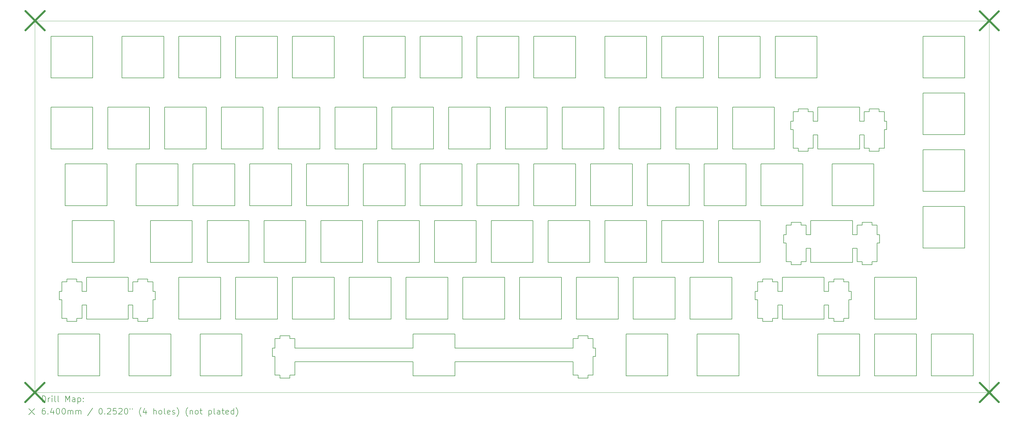
<source format=gbr>
%TF.GenerationSoftware,KiCad,Pcbnew,(6.0.10)*%
%TF.CreationDate,2023-03-07T00:12:56-08:00*%
%TF.ProjectId,fr4 plate,66723420-706c-4617-9465-2e6b69636164,rev?*%
%TF.SameCoordinates,Original*%
%TF.FileFunction,Drillmap*%
%TF.FilePolarity,Positive*%
%FSLAX45Y45*%
G04 Gerber Fmt 4.5, Leading zero omitted, Abs format (unit mm)*
G04 Created by KiCad (PCBNEW (6.0.10)) date 2023-03-07 00:12:56*
%MOMM*%
%LPD*%
G01*
G04 APERTURE LIST*
%ADD10C,0.188976*%
%ADD11C,0.050000*%
%ADD12C,0.200000*%
%ADD13C,0.640000*%
G04 APERTURE END LIST*
D10*
X19228100Y-18715000D02*
X23190600Y-18715000D01*
X23276301Y-12070000D02*
X23276301Y-12070000D01*
X27353100Y-19185000D02*
X28753100Y-19185000D01*
X33473101Y-14725000D02*
X33473101Y-14725000D01*
X9465001Y-9183800D02*
X9465001Y-9183800D01*
X16608701Y-10165000D02*
X16608701Y-10165000D01*
X19942501Y-15375000D02*
X19942501Y-13975000D01*
X21371301Y-13470000D02*
X21371301Y-13470000D01*
X23276301Y-9183800D02*
X23276301Y-7783800D01*
X18990000Y-17280000D02*
X18990000Y-17280000D01*
X32953802Y-10312000D02*
X32953802Y-10635000D01*
X16132501Y-13975000D02*
X16132501Y-13975000D01*
X23781301Y-12070000D02*
X23781301Y-13470000D01*
X33390600Y-14725000D02*
X33390600Y-14725000D01*
X31935601Y-15935000D02*
X31935601Y-15935000D01*
X31010601Y-14122000D02*
X30838000Y-14122000D01*
X35211300Y-19185000D02*
X36611300Y-19185000D01*
X30746200Y-10220000D02*
X30746200Y-10220000D01*
X6219401Y-17355000D02*
X6549400Y-17355000D01*
X31935601Y-15935000D02*
X31935601Y-16027000D01*
X30896200Y-13470000D02*
X30896200Y-12070000D01*
X30335601Y-14445000D02*
X30253100Y-14445000D01*
X13693101Y-17932000D02*
X13693101Y-17932000D01*
X26162501Y-15375000D02*
X26162501Y-15375000D01*
X10893801Y-11565000D02*
X10893801Y-10165000D01*
X19466300Y-12070000D02*
X18066300Y-12070000D01*
X20923800Y-11565000D02*
X20923800Y-11565000D01*
X34706301Y-19185000D02*
X34706301Y-17785000D01*
X21876301Y-7783800D02*
X21876301Y-9183800D01*
X30253100Y-14445000D02*
X30253100Y-14725000D01*
X20418801Y-11565000D02*
X20418801Y-11565000D01*
X24705001Y-17280000D02*
X24705001Y-17280000D01*
X6046901Y-16027000D02*
X6046901Y-16350000D01*
X28515000Y-17280000D02*
X28515000Y-17280000D01*
X17561301Y-9183800D02*
X17561301Y-7783800D01*
X34925500Y-9183800D02*
X34925500Y-9183800D01*
X27115000Y-15880000D02*
X27115000Y-17280000D01*
X13303800Y-10165000D02*
X13303800Y-11565000D01*
X15208701Y-11565000D02*
X15208701Y-11565000D01*
X31248800Y-11542000D02*
X31248800Y-11095000D01*
X13780000Y-15880000D02*
X13780000Y-17280000D01*
X31010601Y-14905000D02*
X31010601Y-14905000D01*
X28753100Y-19185000D02*
X28753100Y-17785000D01*
X32520602Y-16630000D02*
X32520602Y-16630000D01*
X31877502Y-12070000D02*
X31877502Y-13470000D01*
X31248800Y-11095000D02*
X31401299Y-11095000D01*
X16608701Y-11565000D02*
X16608701Y-10165000D01*
X31163101Y-15375000D02*
X32563101Y-15375000D01*
X17590000Y-17280000D02*
X17590000Y-17280000D01*
X26638801Y-11565000D02*
X26638801Y-11565000D01*
X33218099Y-15352000D02*
X33390600Y-15352000D01*
X17828001Y-18715000D02*
X17828001Y-18715000D01*
X8599401Y-15935000D02*
X8599401Y-16027000D01*
X28543801Y-11565000D02*
X29943801Y-11565000D01*
X30058100Y-16810000D02*
X30210601Y-16810000D01*
X30335601Y-14122000D02*
X30335601Y-14122000D01*
X35211300Y-17785000D02*
X35211300Y-19185000D01*
X23363101Y-19260000D02*
X23363101Y-19260000D01*
X31010601Y-15352000D02*
X31010601Y-15352000D01*
X6160001Y-12070000D02*
X6160001Y-13470000D01*
X33277502Y-13470000D02*
X33277502Y-13470000D01*
X24971900Y-19185000D02*
X24971900Y-19185000D01*
X24257501Y-15375000D02*
X24257501Y-15375000D01*
X11846301Y-12070000D02*
X10446301Y-12070000D01*
X27562501Y-15375000D02*
X27562501Y-15375000D01*
X15685001Y-17280000D02*
X17085001Y-17280000D01*
X30573800Y-10312000D02*
X30573800Y-10312000D01*
X27086300Y-13470000D02*
X27086300Y-13470000D01*
X23276301Y-13470000D02*
X23276301Y-12070000D01*
X12322501Y-15375000D02*
X12322501Y-13975000D01*
X14703800Y-11565000D02*
X14703800Y-11565000D01*
X28753100Y-17785000D02*
X28753100Y-17785000D01*
X7083800Y-7783800D02*
X7083800Y-7783800D01*
X31610601Y-17280000D02*
X31610601Y-17280000D01*
X31763101Y-16810000D02*
X31763101Y-17257000D01*
X13190601Y-18255000D02*
X13108100Y-18255000D01*
X13865601Y-18715000D02*
X13865601Y-18715000D01*
X31401299Y-10635000D02*
X31248800Y-10635000D01*
X33218099Y-15352000D02*
X33218099Y-15352000D01*
X30573800Y-10915000D02*
X30573800Y-11542000D01*
X13303800Y-11565000D02*
X13303800Y-11565000D01*
X17561301Y-13470000D02*
X17561301Y-13470000D01*
X33456301Y-10312000D02*
X33456301Y-10312000D01*
X28515000Y-17280000D02*
X28515000Y-15880000D01*
X31010601Y-14445000D02*
X31010601Y-14122000D01*
X6549400Y-15935000D02*
X6219401Y-15935000D01*
X31763101Y-17257000D02*
X31763101Y-17257000D01*
X28067501Y-9183800D02*
X28067501Y-9183800D01*
X8274400Y-16810000D02*
X8274400Y-16810000D01*
X27562501Y-9183800D02*
X27562501Y-9183800D01*
X30896200Y-12070000D02*
X30896200Y-12070000D01*
X15208701Y-11565000D02*
X16608701Y-11565000D01*
X36325500Y-11593800D02*
X36325500Y-11593800D01*
X11370001Y-17280000D02*
X11370001Y-15880000D01*
X27591300Y-13470000D02*
X27591300Y-13470000D01*
X33218099Y-15450000D02*
X33218099Y-15450000D01*
X32888101Y-14030000D02*
X32888101Y-14122000D01*
X7083800Y-11565000D02*
X7083800Y-11565000D01*
X30508100Y-14030000D02*
X30508100Y-14122000D01*
X29383100Y-16027000D02*
X29383100Y-16350000D01*
X32563101Y-15375000D02*
X32563101Y-15375000D01*
X13190601Y-18255000D02*
X13190601Y-18255000D01*
X32953802Y-10635000D02*
X32953802Y-10635000D01*
X31401299Y-17785000D02*
X31401299Y-19185000D01*
X10922500Y-15375000D02*
X12322501Y-15375000D01*
X8065000Y-7783800D02*
X8065000Y-9183800D01*
X22352500Y-15375000D02*
X22352500Y-15375000D01*
X31610601Y-16810000D02*
X31763101Y-16810000D01*
X8599401Y-15935000D02*
X8599401Y-15935000D01*
X7083800Y-11565000D02*
X7083800Y-10165000D01*
X8426901Y-16027000D02*
X8426901Y-16027000D01*
X33306301Y-19185000D02*
X34706301Y-19185000D01*
X17561301Y-7783800D02*
X16161301Y-7783800D01*
X7798101Y-15375000D02*
X7798101Y-15375000D01*
X27591300Y-13470000D02*
X28991300Y-13470000D01*
X6549400Y-16027000D02*
X6549400Y-15935000D01*
X7321901Y-19185000D02*
X7321901Y-19185000D01*
X28515000Y-15880000D02*
X28515000Y-15880000D01*
X31610601Y-17280000D02*
X31610601Y-16810000D01*
X28515000Y-15880000D02*
X27115000Y-15880000D01*
X14227500Y-15375000D02*
X14227500Y-13975000D01*
X23305001Y-15880000D02*
X23305001Y-17280000D01*
X30838000Y-14122000D02*
X30838000Y-14122000D01*
X23865600Y-18255000D02*
X23865600Y-17932000D01*
X19018801Y-11565000D02*
X20418801Y-11565000D01*
X28067501Y-7783800D02*
X28067501Y-9183800D01*
X25657501Y-15375000D02*
X25657501Y-13975000D01*
X17828001Y-19185000D02*
X17828001Y-19185000D01*
X11846301Y-13470000D02*
X11846301Y-12070000D01*
X23190600Y-19162000D02*
X23363101Y-19162000D01*
X31372500Y-9183800D02*
X31372500Y-9183800D01*
X15180000Y-9183800D02*
X15180000Y-7783800D01*
X20895001Y-17280000D02*
X20895001Y-15880000D01*
X32953802Y-11095000D02*
X32953802Y-11542000D01*
X27562501Y-7783800D02*
X26162501Y-7783800D01*
X32801299Y-11565000D02*
X32801299Y-11095000D01*
X10893801Y-11565000D02*
X10893801Y-11565000D01*
X23276301Y-7783800D02*
X21876301Y-7783800D01*
X31372500Y-7783800D02*
X31372500Y-7783800D01*
X33277502Y-12070000D02*
X33277502Y-12070000D01*
X19942501Y-13975000D02*
X19942501Y-13975000D01*
X13303800Y-11565000D02*
X14703800Y-11565000D01*
X29885601Y-17257000D02*
X29885601Y-17257000D01*
X6549400Y-17257000D02*
X6721901Y-17257000D01*
X20895001Y-17280000D02*
X20895001Y-17280000D01*
X24733801Y-11565000D02*
X26133801Y-11565000D01*
X7321901Y-17785000D02*
X5921901Y-17785000D01*
X30573800Y-11542000D02*
X30746200Y-11542000D01*
X24705001Y-17280000D02*
X24705001Y-15880000D01*
X11846301Y-12070000D02*
X11846301Y-12070000D01*
X13190601Y-17932000D02*
X13190601Y-17932000D01*
X9703101Y-17785000D02*
X9703101Y-17785000D01*
X8929400Y-16027000D02*
X8929400Y-15935000D01*
X30491300Y-10635000D02*
X30491300Y-10635000D01*
X23276301Y-7783800D02*
X23276301Y-7783800D01*
X23865600Y-18535000D02*
X23948101Y-18535000D01*
X32888101Y-15450000D02*
X32888101Y-15450000D01*
X31010601Y-15352000D02*
X31010601Y-14905000D01*
X21371301Y-9183800D02*
X21371301Y-9183800D01*
X26162501Y-15375000D02*
X27562501Y-15375000D01*
X13780000Y-17280000D02*
X15180000Y-17280000D01*
X18542501Y-13975000D02*
X18542501Y-15375000D01*
X34706301Y-19185000D02*
X34706301Y-19185000D01*
X30838000Y-14030000D02*
X30838000Y-14030000D01*
X24228800Y-10165000D02*
X24228800Y-10165000D01*
X13108100Y-18255000D02*
X13108100Y-18535000D01*
X6549400Y-17355000D02*
X6549400Y-17355000D01*
X27562501Y-13975000D02*
X27562501Y-13975000D01*
X26371900Y-17785000D02*
X24971900Y-17785000D01*
X21847500Y-13975000D02*
X21847500Y-13975000D01*
X17590000Y-17280000D02*
X18990000Y-17280000D01*
X6398101Y-13975000D02*
X6398101Y-15375000D01*
X9101901Y-16027000D02*
X9101901Y-16027000D01*
X23865600Y-17932000D02*
X23865600Y-17932000D01*
X6721901Y-16350000D02*
X6721901Y-16350000D01*
X19228100Y-17785000D02*
X19228100Y-17785000D01*
X32265600Y-17355000D02*
X32265600Y-17355000D01*
X9970001Y-9183800D02*
X9970001Y-9183800D01*
X26162501Y-13975000D02*
X26162501Y-15375000D01*
X19971301Y-9183800D02*
X21371301Y-9183800D01*
X32715600Y-15352000D02*
X32715600Y-15352000D01*
X26162501Y-9183800D02*
X26162501Y-9183800D01*
X33628802Y-11542000D02*
X33628802Y-10915000D01*
X6219401Y-16027000D02*
X6046901Y-16027000D01*
X22352500Y-13975000D02*
X22352500Y-15375000D01*
X16161301Y-13470000D02*
X16161301Y-13470000D01*
X31401299Y-19185000D02*
X31401299Y-19185000D01*
X8988801Y-10165000D02*
X7588801Y-10165000D01*
X13751300Y-13470000D02*
X13751300Y-13470000D01*
X29555601Y-17355000D02*
X29885601Y-17355000D01*
X31372500Y-7783800D02*
X29972500Y-7783800D01*
X16161301Y-12070000D02*
X16161301Y-13470000D01*
X33218099Y-15450000D02*
X33218099Y-15352000D01*
X31010601Y-14445000D02*
X31010601Y-14445000D01*
X7083800Y-7783800D02*
X5683801Y-7783800D01*
X33126299Y-11542000D02*
X33126299Y-11640000D01*
X8065000Y-9183800D02*
X8065000Y-9183800D01*
X30058100Y-16027000D02*
X29885601Y-16027000D01*
X31163101Y-15375000D02*
X31163101Y-15375000D01*
X32438101Y-16350000D02*
X32438101Y-16350000D01*
X8599401Y-16027000D02*
X8426901Y-16027000D01*
X13275001Y-17280000D02*
X13275001Y-17280000D01*
X23693101Y-19260000D02*
X23693101Y-19260000D01*
X32438101Y-16630000D02*
X32438101Y-16630000D01*
X8599401Y-16027000D02*
X8599401Y-16027000D01*
X14256300Y-13470000D02*
X14256300Y-13470000D01*
X17561301Y-12070000D02*
X16161301Y-12070000D01*
X26371900Y-17785000D02*
X26371900Y-17785000D01*
X13275001Y-15880000D02*
X13275001Y-15880000D01*
X6398101Y-15375000D02*
X6398101Y-15375000D01*
X33456301Y-11640000D02*
X33456301Y-11542000D01*
X21876301Y-9183800D02*
X21876301Y-9183800D01*
X25210000Y-17280000D02*
X26610000Y-17280000D01*
X26610000Y-17280000D02*
X26610000Y-15880000D01*
X11370001Y-9183800D02*
X11370001Y-9183800D01*
X31163101Y-14905000D02*
X31163101Y-14905000D01*
X12827500Y-15375000D02*
X12827500Y-15375000D01*
X30335601Y-14122000D02*
X30335601Y-14445000D01*
X23693101Y-17932000D02*
X23693101Y-17840000D01*
X29555601Y-17355000D02*
X29555601Y-17355000D01*
X8599401Y-17355000D02*
X8929400Y-17355000D01*
X33126299Y-10220000D02*
X33126299Y-10220000D01*
X9017501Y-15375000D02*
X9017501Y-15375000D01*
X28038801Y-10165000D02*
X26638801Y-10165000D01*
X18066300Y-12070000D02*
X18066300Y-13470000D01*
X25181301Y-12070000D02*
X25181301Y-12070000D01*
X31076299Y-11640000D02*
X31076299Y-11640000D01*
X28991300Y-13470000D02*
X28991300Y-13470000D01*
X33473101Y-14445000D02*
X33390600Y-14445000D01*
X6046901Y-16630000D02*
X6046901Y-16630000D01*
X19971301Y-12070000D02*
X19971301Y-13470000D01*
X30058100Y-16027000D02*
X30058100Y-16027000D01*
X30058100Y-16350000D02*
X30058100Y-16350000D01*
X6219401Y-17257000D02*
X6219401Y-17257000D01*
X25210000Y-15880000D02*
X25210000Y-17280000D01*
X18513801Y-11565000D02*
X18513801Y-10165000D01*
X22323800Y-10165000D02*
X20923800Y-10165000D01*
X28038801Y-10165000D02*
X28038801Y-10165000D01*
X31163101Y-14445000D02*
X31163101Y-14445000D01*
X18513801Y-11565000D02*
X18513801Y-11565000D01*
X11370001Y-7783800D02*
X11370001Y-7783800D01*
X9101901Y-16350000D02*
X9101901Y-16350000D01*
X7588801Y-11565000D02*
X8988801Y-11565000D01*
X10893801Y-10165000D02*
X9493801Y-10165000D01*
X6721901Y-16810000D02*
X6721901Y-16810000D01*
X23190600Y-18715000D02*
X23190600Y-19162000D01*
X30573800Y-10635000D02*
X30491300Y-10635000D01*
X34925500Y-13498800D02*
X34925500Y-14898800D01*
X20418801Y-10165000D02*
X20418801Y-10165000D01*
X9493801Y-11565000D02*
X10893801Y-11565000D01*
X31610601Y-15880000D02*
X30210601Y-15880000D01*
X30210601Y-16350000D02*
X30210601Y-16350000D01*
X18037501Y-15375000D02*
X18037501Y-15375000D01*
X23752500Y-13975000D02*
X23752500Y-13975000D01*
X5683801Y-9183800D02*
X5683801Y-9183800D01*
X10417501Y-13975000D02*
X10417501Y-13975000D01*
X33390600Y-14445000D02*
X33390600Y-14122000D01*
X33456301Y-11542000D02*
X33456301Y-11542000D01*
X10893801Y-10165000D02*
X10893801Y-10165000D01*
X9970001Y-17280000D02*
X9970001Y-17280000D01*
X16637501Y-15375000D02*
X18037501Y-15375000D01*
X19971301Y-13470000D02*
X19971301Y-13470000D01*
X25657501Y-7783800D02*
X25657501Y-7783800D01*
X13751300Y-12070000D02*
X12351300Y-12070000D01*
X32888101Y-15352000D02*
X32888101Y-15352000D01*
X23190600Y-18255000D02*
X19228100Y-18255000D01*
X22323800Y-11565000D02*
X22323800Y-11565000D01*
X30746200Y-11640000D02*
X31076299Y-11640000D01*
X13275001Y-9183800D02*
X13275001Y-7783800D01*
X20447500Y-13975000D02*
X20447500Y-15375000D01*
X29943801Y-10165000D02*
X28543801Y-10165000D01*
X31401299Y-11095000D02*
X31401299Y-11095000D01*
X6046901Y-17257000D02*
X6219401Y-17257000D01*
X11875001Y-17280000D02*
X13275001Y-17280000D01*
X11370001Y-15880000D02*
X11370001Y-15880000D01*
X36611300Y-19185000D02*
X36611300Y-17785000D01*
X12351300Y-13470000D02*
X12351300Y-13470000D01*
X31401299Y-11565000D02*
X32801299Y-11565000D01*
X6721901Y-16810000D02*
X6874400Y-16810000D01*
X33473101Y-14445000D02*
X33473101Y-14445000D01*
X31163101Y-13975000D02*
X31163101Y-14445000D01*
X13751300Y-13470000D02*
X13751300Y-12070000D01*
X32953802Y-10635000D02*
X32801299Y-10635000D01*
X31401299Y-10635000D02*
X31401299Y-10635000D01*
X9703101Y-19185000D02*
X9703101Y-19185000D01*
X32801299Y-10635000D02*
X32801299Y-10635000D01*
X32563101Y-14445000D02*
X32563101Y-14445000D01*
X29467501Y-9183800D02*
X29467501Y-9183800D01*
X12351300Y-12070000D02*
X12351300Y-13470000D01*
X23948101Y-18535000D02*
X23948101Y-18255000D01*
X24705001Y-15880000D02*
X24705001Y-15880000D01*
X5964401Y-16350000D02*
X5964401Y-16630000D01*
X8541301Y-13470000D02*
X9941301Y-13470000D01*
X18513801Y-10165000D02*
X18513801Y-10165000D01*
X29496301Y-13470000D02*
X29496301Y-13470000D01*
X17561301Y-12070000D02*
X17561301Y-12070000D01*
X22800001Y-17280000D02*
X22800001Y-15880000D01*
X31076299Y-11640000D02*
X31076299Y-11542000D01*
X32801299Y-11565000D02*
X32801299Y-11565000D01*
X23693101Y-17932000D02*
X23693101Y-17932000D01*
X29885601Y-17355000D02*
X29885601Y-17355000D01*
X32953802Y-11542000D02*
X32953802Y-11542000D01*
X25181301Y-13470000D02*
X25181301Y-13470000D01*
X29383100Y-17257000D02*
X29383100Y-17257000D01*
X29885601Y-17257000D02*
X30058100Y-17257000D01*
X13363101Y-17840000D02*
X13363101Y-17840000D01*
X17085001Y-17280000D02*
X17085001Y-17280000D01*
X13363101Y-19162000D02*
X13363101Y-19260000D01*
X16608701Y-10165000D02*
X15208701Y-10165000D01*
X9017501Y-13975000D02*
X9017501Y-15375000D01*
X14227500Y-15375000D02*
X14227500Y-15375000D01*
X26133801Y-10165000D02*
X26133801Y-10165000D01*
X32801299Y-10635000D02*
X32801299Y-10165000D01*
X19971301Y-13470000D02*
X21371301Y-13470000D01*
X27086300Y-12070000D02*
X25686300Y-12070000D01*
X33306301Y-17280000D02*
X34706301Y-17280000D01*
X32520602Y-16630000D02*
X32520602Y-16350000D01*
X15685001Y-15880000D02*
X15685001Y-17280000D01*
X12827500Y-13975000D02*
X12827500Y-15375000D01*
X8274400Y-17280000D02*
X8274400Y-17280000D01*
X32715600Y-14445000D02*
X32715600Y-14445000D01*
X32438101Y-16630000D02*
X32520602Y-16630000D01*
X30746200Y-10312000D02*
X30746200Y-10312000D01*
X24257501Y-13975000D02*
X24257501Y-15375000D01*
X29885601Y-16027000D02*
X29885601Y-16027000D01*
X15180000Y-17280000D02*
X15180000Y-15880000D01*
X36325500Y-11088800D02*
X36325500Y-9688800D01*
X22323800Y-11565000D02*
X22323800Y-10165000D01*
X32953802Y-10312000D02*
X32953802Y-10312000D01*
X20895001Y-15880000D02*
X19495001Y-15880000D01*
X9184401Y-16630000D02*
X9184401Y-16630000D01*
X23363101Y-19162000D02*
X23363101Y-19260000D01*
X12798801Y-11565000D02*
X12798801Y-11565000D01*
X13865601Y-19162000D02*
X13865601Y-19162000D01*
X29383100Y-16630000D02*
X29383100Y-16630000D01*
X19018801Y-10165000D02*
X19018801Y-11565000D01*
X8426901Y-16810000D02*
X8426901Y-16810000D01*
X5921901Y-19185000D02*
X7321901Y-19185000D01*
X18990000Y-15880000D02*
X18990000Y-15880000D01*
X9941301Y-13470000D02*
X9941301Y-13470000D01*
X31401299Y-10165000D02*
X31401299Y-10635000D01*
X31401299Y-19185000D02*
X32801299Y-19185000D01*
X28991300Y-12070000D02*
X27591300Y-12070000D01*
X29885601Y-15935000D02*
X29885601Y-15935000D01*
X26133801Y-11565000D02*
X26133801Y-10165000D01*
X6219401Y-16027000D02*
X6219401Y-16027000D01*
X36325500Y-14898800D02*
X36325500Y-14898800D01*
X20923800Y-11565000D02*
X22323800Y-11565000D01*
X21371301Y-13470000D02*
X21371301Y-12070000D01*
X18037501Y-13975000D02*
X16637501Y-13975000D01*
X33126299Y-10312000D02*
X32953802Y-10312000D01*
X36611300Y-19185000D02*
X36611300Y-19185000D01*
X11398801Y-11565000D02*
X12798801Y-11565000D01*
X33456301Y-10220000D02*
X33126299Y-10220000D01*
X17085001Y-15880000D02*
X17085001Y-15880000D01*
X26162501Y-7783800D02*
X26162501Y-9183800D01*
X33628802Y-10635000D02*
X33628802Y-10635000D01*
X32265600Y-17257000D02*
X32438101Y-17257000D01*
X36325500Y-11088800D02*
X36325500Y-11088800D01*
X29555601Y-16027000D02*
X29555601Y-16027000D01*
X29467501Y-7783800D02*
X29467501Y-7783800D01*
X23363101Y-17840000D02*
X23363101Y-17932000D01*
X18542501Y-15375000D02*
X18542501Y-15375000D01*
X21371301Y-7783800D02*
X21371301Y-7783800D01*
X30058100Y-16350000D02*
X30058100Y-16027000D01*
X13693101Y-19260000D02*
X13693101Y-19260000D01*
X17113700Y-10165000D02*
X17113700Y-11565000D01*
X25657501Y-13975000D02*
X24257501Y-13975000D01*
X18066300Y-13470000D02*
X18066300Y-13470000D01*
X13693101Y-19260000D02*
X13693101Y-19162000D01*
X13363101Y-17932000D02*
X13363101Y-17932000D01*
X13363101Y-17932000D02*
X13190601Y-17932000D01*
D11*
X5139500Y-7262800D02*
X37149500Y-7262800D01*
X37149500Y-7262800D02*
X37149500Y-19745800D01*
X37149500Y-19745800D02*
X5139500Y-19745800D01*
X5139500Y-19745800D02*
X5139500Y-7262800D01*
D10*
X33306301Y-17280000D02*
X33306301Y-17280000D01*
X9184401Y-16350000D02*
X9101901Y-16350000D01*
X18513801Y-10165000D02*
X17113700Y-10165000D01*
X30335601Y-14725000D02*
X30335601Y-15352000D01*
X36325500Y-9183800D02*
X36325500Y-7783800D01*
X6874400Y-16810000D02*
X6874400Y-17280000D01*
X33473101Y-14725000D02*
X33473101Y-14445000D01*
X34925500Y-11088800D02*
X34925500Y-11088800D01*
X8929400Y-15935000D02*
X8929400Y-15935000D01*
X30508100Y-15450000D02*
X30508100Y-15450000D01*
X15656300Y-12070000D02*
X14256300Y-12070000D01*
X30508100Y-14030000D02*
X30508100Y-14030000D01*
X33628802Y-10915000D02*
X33628802Y-10915000D01*
X23190600Y-17932000D02*
X23190600Y-18255000D01*
X31935601Y-16027000D02*
X31763101Y-16027000D01*
X30210601Y-16350000D02*
X30058100Y-16350000D01*
X10684401Y-17785000D02*
X10684401Y-19185000D01*
X11370001Y-15880000D02*
X9970001Y-15880000D01*
X33277502Y-12070000D02*
X31877502Y-12070000D01*
X17828001Y-18255000D02*
X13865601Y-18255000D01*
X23752500Y-13975000D02*
X22352500Y-13975000D01*
X7083800Y-9183800D02*
X7083800Y-7783800D01*
X8274400Y-15880000D02*
X6874400Y-15880000D01*
X24705001Y-15880000D02*
X23305001Y-15880000D01*
X28067501Y-9183800D02*
X29467501Y-9183800D01*
X23865600Y-18535000D02*
X23865600Y-18535000D01*
X30253100Y-14725000D02*
X30335601Y-14725000D01*
X34925500Y-14898800D02*
X34925500Y-14898800D01*
X16161301Y-9183800D02*
X16161301Y-9183800D01*
X29467501Y-9183800D02*
X29467501Y-7783800D01*
X12084400Y-17785000D02*
X12084400Y-17785000D01*
X13190601Y-18535000D02*
X13190601Y-19162000D01*
X33628802Y-10915000D02*
X33711300Y-10915000D01*
X36325500Y-12993800D02*
X36325500Y-12993800D01*
X6721901Y-16027000D02*
X6549400Y-16027000D01*
X36325500Y-14898800D02*
X36325500Y-13498800D01*
X24971900Y-17785000D02*
X24971900Y-19185000D01*
X31076299Y-10312000D02*
X31076299Y-10220000D01*
X12798801Y-10165000D02*
X11398801Y-10165000D01*
X6219401Y-15935000D02*
X6219401Y-15935000D01*
X21400001Y-17280000D02*
X21400001Y-17280000D01*
X18066300Y-9183800D02*
X19466300Y-9183800D01*
X8274400Y-16350000D02*
X8274400Y-16350000D01*
X8929400Y-17257000D02*
X8929400Y-17257000D01*
X24228800Y-10165000D02*
X22828800Y-10165000D01*
X31076299Y-10312000D02*
X31076299Y-10312000D01*
X23781301Y-13470000D02*
X23781301Y-13470000D01*
X31877502Y-13470000D02*
X33277502Y-13470000D01*
X22323800Y-10165000D02*
X22323800Y-10165000D01*
X29300601Y-16630000D02*
X29383100Y-16630000D01*
X34925500Y-11088800D02*
X36325500Y-11088800D01*
X29383100Y-16350000D02*
X29383100Y-16350000D01*
X23865600Y-18255000D02*
X23865600Y-18255000D01*
X6874400Y-17280000D02*
X8274400Y-17280000D01*
X13693101Y-19162000D02*
X13865601Y-19162000D01*
X23276301Y-13470000D02*
X23276301Y-13470000D01*
X30508100Y-15352000D02*
X30508100Y-15450000D01*
X7588801Y-11565000D02*
X7588801Y-11565000D01*
X33711300Y-10635000D02*
X33711300Y-10635000D01*
X33456301Y-11640000D02*
X33456301Y-11640000D01*
X12084400Y-19185000D02*
X12084400Y-17785000D01*
X33456301Y-11542000D02*
X33628802Y-11542000D01*
X12827500Y-15375000D02*
X14227500Y-15375000D01*
X32265600Y-16027000D02*
X32265600Y-16027000D01*
X32265600Y-15935000D02*
X32265600Y-15935000D01*
X24971900Y-19185000D02*
X26371900Y-19185000D01*
X8541301Y-12070000D02*
X8541301Y-13470000D01*
X25657501Y-9183800D02*
X25657501Y-9183800D01*
X21847500Y-13975000D02*
X20447500Y-13975000D01*
X29555601Y-15935000D02*
X29555601Y-15935000D01*
X20895001Y-15880000D02*
X20895001Y-15880000D01*
X26133801Y-10165000D02*
X24733801Y-10165000D01*
X5921901Y-19185000D02*
X5921901Y-19185000D01*
X36325500Y-7783800D02*
X34925500Y-7783800D01*
X21371301Y-9183800D02*
X21371301Y-7783800D01*
X10446301Y-13470000D02*
X10446301Y-13470000D01*
X19971301Y-9183800D02*
X19971301Y-9183800D01*
X9941301Y-12070000D02*
X8541301Y-12070000D01*
X35211300Y-19185000D02*
X35211300Y-19185000D01*
X8303101Y-19185000D02*
X8303101Y-19185000D01*
X31610601Y-16810000D02*
X31610601Y-16810000D01*
X21876301Y-13470000D02*
X23276301Y-13470000D01*
X11875001Y-7783800D02*
X11875001Y-9183800D01*
X19228100Y-19185000D02*
X19228100Y-19185000D01*
X29972500Y-9183800D02*
X31372500Y-9183800D01*
X30491300Y-10915000D02*
X30491300Y-10915000D01*
X14256300Y-12070000D02*
X14256300Y-13470000D01*
X26638801Y-10165000D02*
X26638801Y-11565000D01*
X30746200Y-11542000D02*
X30746200Y-11542000D01*
X17085001Y-15880000D02*
X15685001Y-15880000D01*
X9703101Y-19185000D02*
X9703101Y-17785000D01*
X6549400Y-15935000D02*
X6549400Y-15935000D01*
X30573800Y-10635000D02*
X30573800Y-10635000D01*
X18037501Y-13975000D02*
X18037501Y-13975000D01*
X30335601Y-14725000D02*
X30335601Y-14725000D01*
X30508100Y-15352000D02*
X30508100Y-15352000D01*
X30335601Y-15352000D02*
X30508100Y-15352000D01*
X31763101Y-16027000D02*
X31763101Y-16027000D01*
X23693101Y-19162000D02*
X23865600Y-19162000D01*
X36611300Y-17785000D02*
X35211300Y-17785000D01*
X29885601Y-16027000D02*
X29885601Y-15935000D01*
X23190600Y-18715000D02*
X23190600Y-18715000D01*
X33456301Y-10312000D02*
X33456301Y-10220000D01*
X32265600Y-16027000D02*
X32265600Y-15935000D01*
X27591300Y-12070000D02*
X27591300Y-13470000D01*
X23948101Y-18255000D02*
X23865600Y-18255000D01*
X30746200Y-10312000D02*
X30573800Y-10312000D01*
X33628802Y-11542000D02*
X33628802Y-11542000D01*
X25657501Y-15375000D02*
X25657501Y-15375000D01*
X23693101Y-17840000D02*
X23363101Y-17840000D01*
X25657501Y-7783800D02*
X24257501Y-7783800D01*
X25657501Y-9183800D02*
X25657501Y-7783800D01*
X6549400Y-16027000D02*
X6549400Y-16027000D01*
X6721901Y-16350000D02*
X6721901Y-16027000D01*
X33126299Y-11542000D02*
X33126299Y-11542000D01*
X13275001Y-17280000D02*
X13275001Y-15880000D01*
X9101901Y-16630000D02*
X9184401Y-16630000D01*
X9941301Y-13470000D02*
X9941301Y-12070000D01*
X14703800Y-10165000D02*
X14703800Y-10165000D01*
X31935601Y-17257000D02*
X31935601Y-17355000D01*
X33628802Y-10312000D02*
X33628802Y-10312000D01*
X15180000Y-7783800D02*
X13780000Y-7783800D01*
X32801299Y-10165000D02*
X31401299Y-10165000D01*
X6160001Y-13470000D02*
X7560001Y-13470000D01*
X19942501Y-13975000D02*
X18542501Y-13975000D01*
X6549400Y-17257000D02*
X6549400Y-17257000D01*
X27353100Y-17785000D02*
X27353100Y-19185000D01*
X19495001Y-17280000D02*
X19495001Y-17280000D01*
X34925500Y-12993800D02*
X36325500Y-12993800D01*
X32801299Y-17785000D02*
X32801299Y-17785000D01*
X8426901Y-16027000D02*
X8426901Y-16350000D01*
X31076299Y-11542000D02*
X31248800Y-11542000D01*
X20418801Y-11565000D02*
X20418801Y-10165000D01*
X26638801Y-11565000D02*
X28038801Y-11565000D01*
X27115000Y-17280000D02*
X28515000Y-17280000D01*
X19228100Y-17785000D02*
X17828001Y-17785000D01*
X33390600Y-14445000D02*
X33390600Y-14445000D01*
X28067501Y-13975000D02*
X28067501Y-15375000D01*
X11370001Y-17280000D02*
X11370001Y-17280000D01*
X6219401Y-17257000D02*
X6219401Y-17355000D01*
X33306301Y-17785000D02*
X33306301Y-19185000D01*
X8599401Y-17257000D02*
X8599401Y-17355000D01*
X17113700Y-11565000D02*
X18513801Y-11565000D01*
X29972500Y-9183800D02*
X29972500Y-9183800D01*
X34706301Y-17280000D02*
X34706301Y-17280000D01*
X13275001Y-9183800D02*
X13275001Y-9183800D01*
X10446301Y-12070000D02*
X10446301Y-13470000D01*
X8929400Y-17257000D02*
X9101901Y-17257000D01*
X11875001Y-15880000D02*
X11875001Y-17280000D01*
X8929400Y-16027000D02*
X8929400Y-16027000D01*
X24733801Y-10165000D02*
X24733801Y-11565000D01*
X7560001Y-12070000D02*
X6160001Y-12070000D01*
X7321901Y-19185000D02*
X7321901Y-17785000D01*
X19228100Y-18715000D02*
X19228100Y-18715000D01*
X25686300Y-13470000D02*
X25686300Y-13470000D01*
X23865600Y-17932000D02*
X23693101Y-17932000D01*
X5964401Y-16350000D02*
X5964401Y-16350000D01*
X7560001Y-13470000D02*
X7560001Y-13470000D01*
X10922500Y-15375000D02*
X10922500Y-15375000D01*
X12084400Y-19185000D02*
X12084400Y-19185000D01*
X29885601Y-17355000D02*
X29885601Y-17257000D01*
X13275001Y-7783800D02*
X13275001Y-7783800D01*
X19466300Y-9183800D02*
X19466300Y-7783800D01*
X21400001Y-17280000D02*
X22800001Y-17280000D01*
X20447500Y-15375000D02*
X21847500Y-15375000D01*
X14227500Y-13975000D02*
X14227500Y-13975000D01*
X27562501Y-7783800D02*
X27562501Y-7783800D01*
X15180000Y-9183800D02*
X15180000Y-9183800D01*
X13693101Y-19162000D02*
X13693101Y-19162000D01*
X32438101Y-16350000D02*
X32438101Y-16027000D01*
X36325500Y-11593800D02*
X34925500Y-11593800D01*
X7798101Y-13975000D02*
X7798101Y-13975000D01*
X11846301Y-13470000D02*
X11846301Y-13470000D01*
X33218099Y-14122000D02*
X33218099Y-14122000D01*
X8274400Y-17280000D02*
X8274400Y-16810000D01*
X20418801Y-10165000D02*
X19018801Y-10165000D01*
X6046901Y-16027000D02*
X6046901Y-16027000D01*
X34706301Y-17280000D02*
X34706301Y-15880000D01*
X32438101Y-16027000D02*
X32265600Y-16027000D01*
X30573800Y-10312000D02*
X30573800Y-10635000D01*
X30058100Y-16810000D02*
X30058100Y-16810000D01*
X30508100Y-14122000D02*
X30335601Y-14122000D01*
X12798801Y-10165000D02*
X12798801Y-10165000D01*
X31248800Y-10312000D02*
X31076299Y-10312000D01*
X15208701Y-10165000D02*
X15208701Y-11565000D01*
X24257501Y-15375000D02*
X25657501Y-15375000D01*
X18066300Y-13470000D02*
X19466300Y-13470000D01*
X30838000Y-14122000D02*
X30838000Y-14030000D01*
X13108100Y-18535000D02*
X13108100Y-18535000D01*
X8303101Y-17785000D02*
X8303101Y-19185000D01*
X19228100Y-18255000D02*
X19228100Y-17785000D01*
X6721901Y-17257000D02*
X6721901Y-16810000D01*
X30335601Y-15352000D02*
X30335601Y-15352000D01*
X33126299Y-11640000D02*
X33126299Y-11640000D01*
X13363101Y-17840000D02*
X13363101Y-17932000D01*
X19466300Y-7783800D02*
X18066300Y-7783800D01*
X29496301Y-12070000D02*
X29496301Y-13470000D01*
X23305001Y-17280000D02*
X23305001Y-17280000D01*
X21847500Y-15375000D02*
X21847500Y-15375000D01*
X9970001Y-7783800D02*
X9970001Y-9183800D01*
X10417501Y-13975000D02*
X9017501Y-13975000D01*
X29555601Y-16027000D02*
X29383100Y-16027000D01*
X8274400Y-16350000D02*
X8274400Y-15880000D01*
X31076299Y-11542000D02*
X31076299Y-11542000D01*
X27086300Y-12070000D02*
X27086300Y-12070000D01*
X32265600Y-17355000D02*
X32265600Y-17257000D01*
X26162501Y-9183800D02*
X27562501Y-9183800D01*
X36325500Y-9688800D02*
X34925500Y-9688800D01*
X30838000Y-15450000D02*
X30838000Y-15352000D01*
X17828001Y-18715000D02*
X17828001Y-19185000D01*
X36325500Y-9688800D02*
X36325500Y-9688800D01*
X13363101Y-19162000D02*
X13363101Y-19162000D01*
X30491300Y-10915000D02*
X30573800Y-10915000D01*
X30210601Y-17280000D02*
X31610601Y-17280000D01*
X31610601Y-15880000D02*
X31610601Y-15880000D01*
X32265600Y-15935000D02*
X31935601Y-15935000D01*
X6721901Y-17257000D02*
X6721901Y-17257000D01*
X30838000Y-15352000D02*
X30838000Y-15352000D01*
X27353100Y-19185000D02*
X27353100Y-19185000D01*
X13190601Y-17932000D02*
X13190601Y-18255000D01*
X29467501Y-15375000D02*
X29467501Y-13975000D01*
X34925500Y-14898800D02*
X36325500Y-14898800D01*
X13865601Y-19162000D02*
X13865601Y-18715000D01*
X33218099Y-14030000D02*
X33218099Y-14030000D01*
X22828800Y-11565000D02*
X24228800Y-11565000D01*
X19466300Y-13470000D02*
X19466300Y-12070000D01*
X6874400Y-15880000D02*
X6874400Y-16350000D01*
X30058100Y-17257000D02*
X30058100Y-17257000D01*
X21847500Y-15375000D02*
X21847500Y-13975000D01*
X29555601Y-15935000D02*
X29555601Y-16027000D01*
X11370001Y-7783800D02*
X9970001Y-7783800D01*
X30491300Y-10635000D02*
X30491300Y-10915000D01*
X34925500Y-11593800D02*
X34925500Y-12993800D01*
X14732501Y-15375000D02*
X16132501Y-15375000D01*
X9493801Y-10165000D02*
X9493801Y-11565000D01*
X23363101Y-17932000D02*
X23363101Y-17932000D01*
X18990000Y-15880000D02*
X17590000Y-15880000D01*
X13865601Y-18255000D02*
X13865601Y-18255000D01*
X31763101Y-16350000D02*
X31610601Y-16350000D01*
X34925500Y-9688800D02*
X34925500Y-11088800D01*
X30896200Y-12070000D02*
X29496301Y-12070000D01*
X13865601Y-17932000D02*
X13865601Y-17932000D01*
X12322501Y-13975000D02*
X10922500Y-13975000D01*
X32953802Y-11095000D02*
X32953802Y-11095000D01*
X34706301Y-15880000D02*
X34706301Y-15880000D01*
X16132501Y-15375000D02*
X16132501Y-15375000D01*
X33711300Y-10915000D02*
X33711300Y-10915000D01*
X9493801Y-11565000D02*
X9493801Y-11565000D01*
X30746200Y-11542000D02*
X30746200Y-11640000D01*
X31248800Y-11095000D02*
X31248800Y-11095000D01*
X13780000Y-17280000D02*
X13780000Y-17280000D01*
X23276301Y-9183800D02*
X23276301Y-9183800D01*
X26371900Y-19185000D02*
X26371900Y-17785000D01*
X15180000Y-15880000D02*
X15180000Y-15880000D01*
X18542501Y-15375000D02*
X19942501Y-15375000D01*
X21371301Y-7783800D02*
X19971301Y-7783800D01*
X8426901Y-17257000D02*
X8426901Y-17257000D01*
X30335601Y-14445000D02*
X30335601Y-14445000D01*
X32715600Y-14122000D02*
X32715600Y-14445000D01*
X13780000Y-7783800D02*
X13780000Y-9183800D01*
X27562501Y-13975000D02*
X26162501Y-13975000D01*
X8988801Y-10165000D02*
X8988801Y-10165000D01*
X33390600Y-14725000D02*
X33473101Y-14725000D01*
X5683801Y-11565000D02*
X5683801Y-11565000D01*
X16161301Y-9183800D02*
X17561301Y-9183800D01*
X13108100Y-18255000D02*
X13108100Y-18255000D01*
X30838000Y-15450000D02*
X30838000Y-15450000D01*
X25210000Y-17280000D02*
X25210000Y-17280000D01*
X13190601Y-18535000D02*
X13190601Y-18535000D01*
X30210601Y-16810000D02*
X30210601Y-17280000D01*
X30573800Y-11542000D02*
X30573800Y-11542000D01*
X29467501Y-15375000D02*
X29467501Y-15375000D01*
X32888101Y-15450000D02*
X33218099Y-15450000D01*
X7083800Y-10165000D02*
X7083800Y-10165000D01*
X23752500Y-15375000D02*
X23752500Y-15375000D01*
X5683801Y-9183800D02*
X7083800Y-9183800D01*
X32563101Y-14445000D02*
X32563101Y-13975000D01*
X13865601Y-17932000D02*
X13693101Y-17932000D01*
X7560001Y-13470000D02*
X7560001Y-12070000D01*
X13363101Y-19260000D02*
X13693101Y-19260000D01*
X14703800Y-11565000D02*
X14703800Y-10165000D01*
X11875001Y-9183800D02*
X11875001Y-9183800D01*
X19971301Y-7783800D02*
X19971301Y-9183800D01*
X11875001Y-17280000D02*
X11875001Y-17280000D01*
X31935601Y-17355000D02*
X32265600Y-17355000D01*
X29300601Y-16350000D02*
X29300601Y-16630000D01*
X14703800Y-10165000D02*
X13303800Y-10165000D01*
X23865600Y-19162000D02*
X23865600Y-19162000D01*
X32438101Y-17257000D02*
X32438101Y-17257000D01*
X29885601Y-15935000D02*
X29555601Y-15935000D01*
X12322501Y-13975000D02*
X12322501Y-13975000D01*
X8065000Y-9183800D02*
X9465001Y-9183800D01*
X9101901Y-17257000D02*
X9101901Y-17257000D01*
X31076299Y-10220000D02*
X30746200Y-10220000D01*
X9101901Y-16027000D02*
X8929400Y-16027000D01*
X28753100Y-19185000D02*
X28753100Y-19185000D01*
X9970001Y-9183800D02*
X11370001Y-9183800D01*
X32953802Y-11542000D02*
X33126299Y-11542000D01*
X33218099Y-14122000D02*
X33218099Y-14030000D01*
X5683801Y-7783800D02*
X5683801Y-9183800D01*
X13865601Y-18255000D02*
X13865601Y-17932000D01*
X6046901Y-16630000D02*
X6046901Y-17257000D01*
X31010601Y-14122000D02*
X31010601Y-14122000D01*
X25181301Y-13470000D02*
X25181301Y-12070000D01*
X13780000Y-9183800D02*
X15180000Y-9183800D01*
X33306301Y-19185000D02*
X33306301Y-19185000D01*
X23190600Y-17932000D02*
X23190600Y-17932000D01*
X9941301Y-12070000D02*
X9941301Y-12070000D01*
X23276301Y-12070000D02*
X21876301Y-12070000D01*
X7798101Y-15375000D02*
X7798101Y-13975000D01*
X6721901Y-16027000D02*
X6721901Y-16027000D01*
X32520602Y-16350000D02*
X32520602Y-16350000D01*
X5683801Y-11565000D02*
X7083800Y-11565000D01*
X9017501Y-15375000D02*
X10417501Y-15375000D01*
X24228800Y-11565000D02*
X24228800Y-11565000D01*
X15180000Y-17280000D02*
X15180000Y-17280000D01*
X28753100Y-17785000D02*
X27353100Y-17785000D01*
X23190600Y-18255000D02*
X23190600Y-18255000D01*
X7798101Y-13975000D02*
X6398101Y-13975000D01*
X32888101Y-15352000D02*
X32888101Y-15450000D01*
X6219401Y-15935000D02*
X6219401Y-16027000D01*
X13693101Y-17840000D02*
X13363101Y-17840000D01*
X28991300Y-12070000D02*
X28991300Y-12070000D01*
X27086300Y-13470000D02*
X27086300Y-12070000D01*
X30210601Y-17280000D02*
X30210601Y-17280000D01*
X28038801Y-11565000D02*
X28038801Y-10165000D01*
X33218099Y-14030000D02*
X32888101Y-14030000D01*
X29383100Y-16630000D02*
X29383100Y-17257000D01*
X30210601Y-15880000D02*
X30210601Y-16350000D01*
X6046901Y-16350000D02*
X5964401Y-16350000D01*
X17085001Y-17280000D02*
X17085001Y-15880000D01*
X18037501Y-15375000D02*
X18037501Y-13975000D01*
X10446301Y-13470000D02*
X11846301Y-13470000D01*
X31076299Y-10220000D02*
X31076299Y-10220000D01*
X13780000Y-9183800D02*
X13780000Y-9183800D01*
X7560001Y-12070000D02*
X7560001Y-12070000D01*
X9101901Y-16350000D02*
X9101901Y-16027000D01*
X22828800Y-11565000D02*
X22828800Y-11565000D01*
X7083800Y-9183800D02*
X7083800Y-9183800D01*
X22800001Y-15880000D02*
X22800001Y-15880000D01*
X17828001Y-17785000D02*
X17828001Y-18255000D01*
X21400001Y-15880000D02*
X21400001Y-17280000D01*
X32563101Y-14905000D02*
X32563101Y-14905000D01*
X30210601Y-16810000D02*
X30210601Y-16810000D01*
X11398801Y-10165000D02*
X11398801Y-11565000D01*
X8426901Y-16350000D02*
X8274400Y-16350000D01*
X6219401Y-17355000D02*
X6219401Y-17355000D01*
X33628802Y-10312000D02*
X33456301Y-10312000D01*
X6398101Y-15375000D02*
X7798101Y-15375000D01*
X19466300Y-12070000D02*
X19466300Y-12070000D01*
X12084400Y-17785000D02*
X10684401Y-17785000D01*
X13865601Y-18715000D02*
X17828001Y-18715000D01*
X24228800Y-11565000D02*
X24228800Y-10165000D01*
X33390600Y-14122000D02*
X33218099Y-14122000D01*
X29555601Y-17257000D02*
X29555601Y-17257000D01*
X33390600Y-14122000D02*
X33390600Y-14122000D01*
X18066300Y-7783800D02*
X18066300Y-9183800D01*
X16161301Y-7783800D02*
X16161301Y-9183800D01*
X31248800Y-10635000D02*
X31248800Y-10312000D01*
X22800001Y-17280000D02*
X22800001Y-17280000D01*
X12322501Y-15375000D02*
X12322501Y-15375000D01*
X36325500Y-13498800D02*
X34925500Y-13498800D01*
X8929400Y-17355000D02*
X8929400Y-17257000D01*
X29383100Y-17257000D02*
X29555601Y-17257000D01*
X17828001Y-19185000D02*
X19228100Y-19185000D01*
X34706301Y-15880000D02*
X33306301Y-15880000D01*
X36325500Y-13498800D02*
X36325500Y-13498800D01*
X17828001Y-18255000D02*
X17828001Y-18255000D01*
X17561301Y-13470000D02*
X17561301Y-12070000D01*
X31163101Y-14905000D02*
X31163101Y-15375000D01*
X33126299Y-10312000D02*
X33126299Y-10312000D01*
X13275001Y-15880000D02*
X11875001Y-15880000D01*
X23693101Y-19260000D02*
X23693101Y-19162000D01*
X23948101Y-18535000D02*
X23948101Y-18535000D01*
X10922500Y-13975000D02*
X10922500Y-15375000D01*
X13190601Y-19162000D02*
X13190601Y-19162000D01*
X29555601Y-17257000D02*
X29555601Y-17355000D01*
X6874400Y-16810000D02*
X6874400Y-16810000D01*
X33628802Y-10635000D02*
X33628802Y-10312000D01*
X12351300Y-13470000D02*
X13751300Y-13470000D01*
X9465001Y-9183800D02*
X9465001Y-7783800D01*
X32715600Y-14905000D02*
X32715600Y-14905000D01*
X34925500Y-12993800D02*
X34925500Y-12993800D01*
X8929400Y-17355000D02*
X8929400Y-17355000D01*
X32801299Y-19185000D02*
X32801299Y-19185000D01*
X32563101Y-14905000D02*
X32715600Y-14905000D01*
X32265600Y-17257000D02*
X32265600Y-17257000D01*
X8274400Y-16810000D02*
X8426901Y-16810000D01*
X23363101Y-17932000D02*
X23190600Y-17932000D01*
X29383100Y-16027000D02*
X29383100Y-16027000D01*
X8599401Y-17355000D02*
X8599401Y-17355000D01*
X5921901Y-17785000D02*
X5921901Y-19185000D01*
X24257501Y-9183800D02*
X25657501Y-9183800D01*
X26610000Y-17280000D02*
X26610000Y-17280000D01*
X9703101Y-17785000D02*
X8303101Y-17785000D01*
X9101901Y-17257000D02*
X9101901Y-16630000D01*
X29943801Y-10165000D02*
X29943801Y-10165000D01*
X8599401Y-17257000D02*
X8599401Y-17257000D01*
X14256300Y-13470000D02*
X15656300Y-13470000D01*
X15656300Y-12070000D02*
X15656300Y-12070000D01*
X8988801Y-11565000D02*
X8988801Y-11565000D01*
X30573800Y-10915000D02*
X30573800Y-10915000D01*
X31935601Y-16027000D02*
X31935601Y-16027000D01*
X33306301Y-15880000D02*
X33306301Y-17280000D01*
X13751300Y-12070000D02*
X13751300Y-12070000D01*
X12798801Y-11565000D02*
X12798801Y-10165000D01*
X32438101Y-17257000D02*
X32438101Y-16630000D01*
X32563101Y-13975000D02*
X32563101Y-13975000D01*
X21371301Y-12070000D02*
X19971301Y-12070000D01*
X30253100Y-14445000D02*
X30253100Y-14445000D01*
X30746200Y-10220000D02*
X30746200Y-10312000D01*
X16132501Y-15375000D02*
X16132501Y-13975000D01*
X23693101Y-19162000D02*
X23693101Y-19162000D01*
X36325500Y-7783800D02*
X36325500Y-7783800D01*
X28543801Y-11565000D02*
X28543801Y-11565000D01*
X26610000Y-15880000D02*
X26610000Y-15880000D01*
X26133801Y-11565000D02*
X26133801Y-11565000D01*
X23865600Y-19162000D02*
X23865600Y-18535000D01*
X33126299Y-10220000D02*
X33126299Y-10312000D01*
X28067501Y-15375000D02*
X29467501Y-15375000D01*
X31610601Y-16350000D02*
X31610601Y-16350000D01*
X29943801Y-11565000D02*
X29943801Y-10165000D01*
X22828800Y-10165000D02*
X22828800Y-11565000D01*
X16637501Y-15375000D02*
X16637501Y-15375000D01*
X17590000Y-15880000D02*
X17590000Y-17280000D01*
X31248800Y-10312000D02*
X31248800Y-10312000D01*
X13108100Y-18535000D02*
X13190601Y-18535000D01*
X18990000Y-17280000D02*
X18990000Y-15880000D01*
X31401299Y-11095000D02*
X31401299Y-11565000D01*
X16161301Y-13470000D02*
X17561301Y-13470000D01*
X6874400Y-16350000D02*
X6874400Y-16350000D01*
X17561301Y-9183800D02*
X17561301Y-9183800D01*
X8426901Y-16810000D02*
X8426901Y-17257000D01*
X13275001Y-7783800D02*
X11875001Y-7783800D01*
X19466300Y-9183800D02*
X19466300Y-9183800D01*
X28991300Y-13470000D02*
X28991300Y-12070000D01*
X10684401Y-19185000D02*
X10684401Y-19185000D01*
X34925500Y-7783800D02*
X34925500Y-9183800D01*
X31763101Y-17257000D02*
X31935601Y-17257000D01*
X6046901Y-17257000D02*
X6046901Y-17257000D01*
X24257501Y-9183800D02*
X24257501Y-9183800D01*
X32715600Y-15352000D02*
X32888101Y-15352000D01*
X9101901Y-16630000D02*
X9101901Y-16630000D01*
X30508100Y-15450000D02*
X30838000Y-15450000D01*
X32563101Y-13975000D02*
X31163101Y-13975000D01*
X32801299Y-19185000D02*
X32801299Y-17785000D01*
X31935601Y-17257000D02*
X31935601Y-17257000D01*
X20447500Y-15375000D02*
X20447500Y-15375000D01*
X16132501Y-13975000D02*
X14732501Y-13975000D01*
X23693101Y-17840000D02*
X23693101Y-17840000D01*
X17561301Y-7783800D02*
X17561301Y-7783800D01*
X32438101Y-16027000D02*
X32438101Y-16027000D01*
X29496301Y-13470000D02*
X30896200Y-13470000D01*
X29383100Y-16350000D02*
X29300601Y-16350000D01*
X22800001Y-15880000D02*
X21400001Y-15880000D01*
X5964401Y-16630000D02*
X6046901Y-16630000D01*
X32563101Y-15375000D02*
X32563101Y-14905000D01*
X29467501Y-13975000D02*
X29467501Y-13975000D01*
X25181301Y-12070000D02*
X23781301Y-12070000D01*
X24733801Y-11565000D02*
X24733801Y-11565000D01*
X27562501Y-9183800D02*
X27562501Y-7783800D01*
X17113700Y-11565000D02*
X17113700Y-11565000D01*
X29300601Y-16350000D02*
X29300601Y-16350000D01*
X29972500Y-7783800D02*
X29972500Y-9183800D01*
X27562501Y-15375000D02*
X27562501Y-13975000D01*
X30508100Y-14122000D02*
X30508100Y-14122000D01*
X19466300Y-7783800D02*
X19466300Y-7783800D01*
X31877502Y-13470000D02*
X31877502Y-13470000D01*
X19466300Y-13470000D02*
X19466300Y-13470000D01*
X7588801Y-10165000D02*
X7588801Y-11565000D01*
X31401299Y-11565000D02*
X31401299Y-11565000D01*
X14732501Y-13975000D02*
X14732501Y-15375000D01*
X14732501Y-15375000D02*
X14732501Y-15375000D01*
X19018801Y-11565000D02*
X19018801Y-11565000D01*
X6549400Y-17355000D02*
X6549400Y-17257000D01*
X8988801Y-11565000D02*
X8988801Y-10165000D01*
X15656300Y-13470000D02*
X15656300Y-12070000D01*
X27115000Y-17280000D02*
X27115000Y-17280000D01*
X30838000Y-15352000D02*
X31010601Y-15352000D01*
X32715600Y-14905000D02*
X32715600Y-15352000D01*
X29467501Y-7783800D02*
X28067501Y-7783800D01*
X10684401Y-19185000D02*
X12084400Y-19185000D01*
X8929400Y-15935000D02*
X8599401Y-15935000D01*
X30058100Y-17257000D02*
X30058100Y-16810000D01*
X21876301Y-12070000D02*
X21876301Y-13470000D01*
X13363101Y-19260000D02*
X13363101Y-19260000D01*
X18066300Y-9183800D02*
X18066300Y-9183800D01*
X31372500Y-9183800D02*
X31372500Y-7783800D01*
X31248800Y-10635000D02*
X31248800Y-10635000D01*
X28038801Y-11565000D02*
X28038801Y-11565000D01*
X19228100Y-18255000D02*
X19228100Y-18255000D01*
X10417501Y-15375000D02*
X10417501Y-15375000D01*
X9970001Y-15880000D02*
X9970001Y-17280000D01*
X29300601Y-16630000D02*
X29300601Y-16630000D01*
X25657501Y-13975000D02*
X25657501Y-13975000D01*
X28067501Y-15375000D02*
X28067501Y-15375000D01*
X7321901Y-17785000D02*
X7321901Y-17785000D01*
X14227500Y-13975000D02*
X12827500Y-13975000D01*
X5683801Y-10165000D02*
X5683801Y-11565000D01*
X28543801Y-10165000D02*
X28543801Y-11565000D01*
X31935601Y-17355000D02*
X31935601Y-17355000D01*
X11875001Y-9183800D02*
X13275001Y-9183800D01*
X32801299Y-11095000D02*
X32801299Y-11095000D01*
X34925500Y-9183800D02*
X36325500Y-9183800D01*
X8426901Y-16350000D02*
X8426901Y-16350000D01*
X23363101Y-19162000D02*
X23363101Y-19162000D01*
X15180000Y-15880000D02*
X13780000Y-15880000D01*
X34706301Y-17785000D02*
X34706301Y-17785000D01*
X31610601Y-16350000D02*
X31610601Y-15880000D01*
X32715600Y-14445000D02*
X32563101Y-14445000D01*
X23363101Y-17840000D02*
X23363101Y-17840000D01*
X25686300Y-13470000D02*
X27086300Y-13470000D01*
X29943801Y-11565000D02*
X29943801Y-11565000D01*
X19942501Y-15375000D02*
X19942501Y-15375000D01*
X26610000Y-15880000D02*
X25210000Y-15880000D01*
X33390600Y-15352000D02*
X33390600Y-15352000D01*
X32888101Y-14122000D02*
X32888101Y-14122000D01*
X19228100Y-19185000D02*
X19228100Y-18715000D01*
X33456301Y-10220000D02*
X33456301Y-10220000D01*
X32801299Y-10165000D02*
X32801299Y-10165000D01*
X13693101Y-17840000D02*
X13693101Y-17840000D01*
X30838000Y-14030000D02*
X30508100Y-14030000D01*
X30746200Y-11640000D02*
X30746200Y-11640000D01*
X23190600Y-19162000D02*
X23190600Y-19162000D01*
X34706301Y-17785000D02*
X33306301Y-17785000D01*
X31763101Y-16027000D02*
X31763101Y-16350000D01*
X16608701Y-11565000D02*
X16608701Y-11565000D01*
X16637501Y-13975000D02*
X16637501Y-15375000D01*
X33711300Y-10915000D02*
X33711300Y-10635000D01*
X23305001Y-17280000D02*
X24705001Y-17280000D01*
X8541301Y-13470000D02*
X8541301Y-13470000D01*
X23752500Y-15375000D02*
X23752500Y-13975000D01*
X23948101Y-18255000D02*
X23948101Y-18255000D01*
X11398801Y-11565000D02*
X11398801Y-11565000D01*
X7083800Y-10165000D02*
X5683801Y-10165000D01*
X5964401Y-16630000D02*
X5964401Y-16630000D01*
X9184401Y-16630000D02*
X9184401Y-16350000D01*
X9970001Y-17280000D02*
X11370001Y-17280000D01*
X31163101Y-14445000D02*
X31010601Y-14445000D01*
X31763101Y-16810000D02*
X31763101Y-16810000D01*
X23363101Y-19260000D02*
X23693101Y-19260000D01*
X6874400Y-17280000D02*
X6874400Y-17280000D01*
X8274400Y-15880000D02*
X8274400Y-15880000D01*
X6046901Y-16350000D02*
X6046901Y-16350000D01*
X31248800Y-11542000D02*
X31248800Y-11542000D01*
X10417501Y-15375000D02*
X10417501Y-13975000D01*
X13693101Y-17932000D02*
X13693101Y-17840000D01*
X13190601Y-19162000D02*
X13363101Y-19162000D01*
X32715600Y-14122000D02*
X32715600Y-14122000D01*
X32888101Y-14122000D02*
X32715600Y-14122000D01*
X9465001Y-7783800D02*
X8065000Y-7783800D01*
X8303101Y-19185000D02*
X9703101Y-19185000D01*
X19495001Y-15880000D02*
X19495001Y-17280000D01*
X36611300Y-17785000D02*
X36611300Y-17785000D01*
X33126299Y-11640000D02*
X33456301Y-11640000D01*
X33711300Y-10635000D02*
X33628802Y-10635000D01*
X25686300Y-12070000D02*
X25686300Y-13470000D01*
X22352500Y-15375000D02*
X23752500Y-15375000D01*
X6874400Y-16350000D02*
X6721901Y-16350000D01*
X15656300Y-13470000D02*
X15656300Y-13470000D01*
X31763101Y-16350000D02*
X31763101Y-16350000D01*
X21876301Y-9183800D02*
X23276301Y-9183800D01*
X11370001Y-9183800D02*
X11370001Y-7783800D01*
X36325500Y-9183800D02*
X36325500Y-9183800D01*
X9184401Y-16350000D02*
X9184401Y-16350000D01*
X32801299Y-11095000D02*
X32953802Y-11095000D01*
X21371301Y-12070000D02*
X21371301Y-12070000D01*
X6160001Y-13470000D02*
X6160001Y-13470000D01*
X8426901Y-17257000D02*
X8599401Y-17257000D01*
X30253100Y-14725000D02*
X30253100Y-14725000D01*
X15180000Y-7783800D02*
X15180000Y-7783800D01*
X19495001Y-17280000D02*
X20895001Y-17280000D01*
X20923800Y-10165000D02*
X20923800Y-11565000D01*
X32520602Y-16350000D02*
X32438101Y-16350000D01*
X33277502Y-13470000D02*
X33277502Y-12070000D01*
X36325500Y-12993800D02*
X36325500Y-11593800D01*
X23781301Y-13470000D02*
X25181301Y-13470000D01*
X33390600Y-15352000D02*
X33390600Y-14725000D01*
X29467501Y-13975000D02*
X28067501Y-13975000D01*
X21876301Y-13470000D02*
X21876301Y-13470000D01*
X24257501Y-7783800D02*
X24257501Y-9183800D01*
X9465001Y-7783800D02*
X9465001Y-7783800D01*
X32888101Y-14030000D02*
X32888101Y-14030000D01*
X15685001Y-17280000D02*
X15685001Y-17280000D01*
X31010601Y-14905000D02*
X31163101Y-14905000D01*
X32801299Y-17785000D02*
X31401299Y-17785000D01*
X30896200Y-13470000D02*
X30896200Y-13470000D01*
X26371900Y-19185000D02*
X26371900Y-19185000D01*
D12*
D13*
X4824000Y-19427000D02*
X5464000Y-20067000D01*
X5464000Y-19427000D02*
X4824000Y-20067000D01*
X4832000Y-6939000D02*
X5472000Y-7579000D01*
X5472000Y-6939000D02*
X4832000Y-7579000D01*
X36829500Y-6942800D02*
X37469500Y-7582800D01*
X37469500Y-6942800D02*
X36829500Y-7582800D01*
X36829500Y-19425800D02*
X37469500Y-20065800D01*
X37469500Y-19425800D02*
X36829500Y-20065800D01*
D12*
X5394619Y-20058776D02*
X5394619Y-19858776D01*
X5442238Y-19858776D01*
X5470809Y-19868300D01*
X5489857Y-19887348D01*
X5499381Y-19906395D01*
X5508905Y-19944490D01*
X5508905Y-19973062D01*
X5499381Y-20011157D01*
X5489857Y-20030205D01*
X5470809Y-20049252D01*
X5442238Y-20058776D01*
X5394619Y-20058776D01*
X5594619Y-20058776D02*
X5594619Y-19925443D01*
X5594619Y-19963538D02*
X5604143Y-19944490D01*
X5613666Y-19934967D01*
X5632714Y-19925443D01*
X5651762Y-19925443D01*
X5718428Y-20058776D02*
X5718428Y-19925443D01*
X5718428Y-19858776D02*
X5708905Y-19868300D01*
X5718428Y-19877824D01*
X5727952Y-19868300D01*
X5718428Y-19858776D01*
X5718428Y-19877824D01*
X5842238Y-20058776D02*
X5823190Y-20049252D01*
X5813666Y-20030205D01*
X5813666Y-19858776D01*
X5947000Y-20058776D02*
X5927952Y-20049252D01*
X5918428Y-20030205D01*
X5918428Y-19858776D01*
X6175571Y-20058776D02*
X6175571Y-19858776D01*
X6242238Y-20001633D01*
X6308905Y-19858776D01*
X6308905Y-20058776D01*
X6489857Y-20058776D02*
X6489857Y-19954014D01*
X6480333Y-19934967D01*
X6461286Y-19925443D01*
X6423190Y-19925443D01*
X6404143Y-19934967D01*
X6489857Y-20049252D02*
X6470809Y-20058776D01*
X6423190Y-20058776D01*
X6404143Y-20049252D01*
X6394619Y-20030205D01*
X6394619Y-20011157D01*
X6404143Y-19992110D01*
X6423190Y-19982586D01*
X6470809Y-19982586D01*
X6489857Y-19973062D01*
X6585095Y-19925443D02*
X6585095Y-20125443D01*
X6585095Y-19934967D02*
X6604143Y-19925443D01*
X6642238Y-19925443D01*
X6661286Y-19934967D01*
X6670809Y-19944490D01*
X6680333Y-19963538D01*
X6680333Y-20020681D01*
X6670809Y-20039729D01*
X6661286Y-20049252D01*
X6642238Y-20058776D01*
X6604143Y-20058776D01*
X6585095Y-20049252D01*
X6766047Y-20039729D02*
X6775571Y-20049252D01*
X6766047Y-20058776D01*
X6756524Y-20049252D01*
X6766047Y-20039729D01*
X6766047Y-20058776D01*
X6766047Y-19934967D02*
X6775571Y-19944490D01*
X6766047Y-19954014D01*
X6756524Y-19944490D01*
X6766047Y-19934967D01*
X6766047Y-19954014D01*
X4937000Y-20288300D02*
X5137000Y-20488300D01*
X5137000Y-20288300D02*
X4937000Y-20488300D01*
X5480333Y-20278776D02*
X5442238Y-20278776D01*
X5423190Y-20288300D01*
X5413667Y-20297824D01*
X5394619Y-20326395D01*
X5385095Y-20364490D01*
X5385095Y-20440681D01*
X5394619Y-20459729D01*
X5404143Y-20469252D01*
X5423190Y-20478776D01*
X5461286Y-20478776D01*
X5480333Y-20469252D01*
X5489857Y-20459729D01*
X5499381Y-20440681D01*
X5499381Y-20393062D01*
X5489857Y-20374014D01*
X5480333Y-20364490D01*
X5461286Y-20354967D01*
X5423190Y-20354967D01*
X5404143Y-20364490D01*
X5394619Y-20374014D01*
X5385095Y-20393062D01*
X5585095Y-20459729D02*
X5594619Y-20469252D01*
X5585095Y-20478776D01*
X5575571Y-20469252D01*
X5585095Y-20459729D01*
X5585095Y-20478776D01*
X5766047Y-20345443D02*
X5766047Y-20478776D01*
X5718428Y-20269252D02*
X5670809Y-20412110D01*
X5794619Y-20412110D01*
X5908905Y-20278776D02*
X5927952Y-20278776D01*
X5947000Y-20288300D01*
X5956524Y-20297824D01*
X5966047Y-20316871D01*
X5975571Y-20354967D01*
X5975571Y-20402586D01*
X5966047Y-20440681D01*
X5956524Y-20459729D01*
X5947000Y-20469252D01*
X5927952Y-20478776D01*
X5908905Y-20478776D01*
X5889857Y-20469252D01*
X5880333Y-20459729D01*
X5870809Y-20440681D01*
X5861286Y-20402586D01*
X5861286Y-20354967D01*
X5870809Y-20316871D01*
X5880333Y-20297824D01*
X5889857Y-20288300D01*
X5908905Y-20278776D01*
X6099381Y-20278776D02*
X6118428Y-20278776D01*
X6137476Y-20288300D01*
X6147000Y-20297824D01*
X6156524Y-20316871D01*
X6166047Y-20354967D01*
X6166047Y-20402586D01*
X6156524Y-20440681D01*
X6147000Y-20459729D01*
X6137476Y-20469252D01*
X6118428Y-20478776D01*
X6099381Y-20478776D01*
X6080333Y-20469252D01*
X6070809Y-20459729D01*
X6061286Y-20440681D01*
X6051762Y-20402586D01*
X6051762Y-20354967D01*
X6061286Y-20316871D01*
X6070809Y-20297824D01*
X6080333Y-20288300D01*
X6099381Y-20278776D01*
X6251762Y-20478776D02*
X6251762Y-20345443D01*
X6251762Y-20364490D02*
X6261286Y-20354967D01*
X6280333Y-20345443D01*
X6308905Y-20345443D01*
X6327952Y-20354967D01*
X6337476Y-20374014D01*
X6337476Y-20478776D01*
X6337476Y-20374014D02*
X6347000Y-20354967D01*
X6366047Y-20345443D01*
X6394619Y-20345443D01*
X6413666Y-20354967D01*
X6423190Y-20374014D01*
X6423190Y-20478776D01*
X6518428Y-20478776D02*
X6518428Y-20345443D01*
X6518428Y-20364490D02*
X6527952Y-20354967D01*
X6547000Y-20345443D01*
X6575571Y-20345443D01*
X6594619Y-20354967D01*
X6604143Y-20374014D01*
X6604143Y-20478776D01*
X6604143Y-20374014D02*
X6613666Y-20354967D01*
X6632714Y-20345443D01*
X6661286Y-20345443D01*
X6680333Y-20354967D01*
X6689857Y-20374014D01*
X6689857Y-20478776D01*
X7080333Y-20269252D02*
X6908905Y-20526395D01*
X7337476Y-20278776D02*
X7356524Y-20278776D01*
X7375571Y-20288300D01*
X7385095Y-20297824D01*
X7394619Y-20316871D01*
X7404143Y-20354967D01*
X7404143Y-20402586D01*
X7394619Y-20440681D01*
X7385095Y-20459729D01*
X7375571Y-20469252D01*
X7356524Y-20478776D01*
X7337476Y-20478776D01*
X7318428Y-20469252D01*
X7308905Y-20459729D01*
X7299381Y-20440681D01*
X7289857Y-20402586D01*
X7289857Y-20354967D01*
X7299381Y-20316871D01*
X7308905Y-20297824D01*
X7318428Y-20288300D01*
X7337476Y-20278776D01*
X7489857Y-20459729D02*
X7499381Y-20469252D01*
X7489857Y-20478776D01*
X7480333Y-20469252D01*
X7489857Y-20459729D01*
X7489857Y-20478776D01*
X7575571Y-20297824D02*
X7585095Y-20288300D01*
X7604143Y-20278776D01*
X7651762Y-20278776D01*
X7670809Y-20288300D01*
X7680333Y-20297824D01*
X7689857Y-20316871D01*
X7689857Y-20335919D01*
X7680333Y-20364490D01*
X7566047Y-20478776D01*
X7689857Y-20478776D01*
X7870809Y-20278776D02*
X7775571Y-20278776D01*
X7766047Y-20374014D01*
X7775571Y-20364490D01*
X7794619Y-20354967D01*
X7842238Y-20354967D01*
X7861286Y-20364490D01*
X7870809Y-20374014D01*
X7880333Y-20393062D01*
X7880333Y-20440681D01*
X7870809Y-20459729D01*
X7861286Y-20469252D01*
X7842238Y-20478776D01*
X7794619Y-20478776D01*
X7775571Y-20469252D01*
X7766047Y-20459729D01*
X7956524Y-20297824D02*
X7966047Y-20288300D01*
X7985095Y-20278776D01*
X8032714Y-20278776D01*
X8051762Y-20288300D01*
X8061286Y-20297824D01*
X8070809Y-20316871D01*
X8070809Y-20335919D01*
X8061286Y-20364490D01*
X7947000Y-20478776D01*
X8070809Y-20478776D01*
X8194619Y-20278776D02*
X8213666Y-20278776D01*
X8232714Y-20288300D01*
X8242238Y-20297824D01*
X8251762Y-20316871D01*
X8261286Y-20354967D01*
X8261286Y-20402586D01*
X8251762Y-20440681D01*
X8242238Y-20459729D01*
X8232714Y-20469252D01*
X8213666Y-20478776D01*
X8194619Y-20478776D01*
X8175571Y-20469252D01*
X8166047Y-20459729D01*
X8156524Y-20440681D01*
X8147000Y-20402586D01*
X8147000Y-20354967D01*
X8156524Y-20316871D01*
X8166047Y-20297824D01*
X8175571Y-20288300D01*
X8194619Y-20278776D01*
X8337476Y-20278776D02*
X8337476Y-20316871D01*
X8413667Y-20278776D02*
X8413667Y-20316871D01*
X8708905Y-20554967D02*
X8699381Y-20545443D01*
X8680333Y-20516871D01*
X8670809Y-20497824D01*
X8661286Y-20469252D01*
X8651762Y-20421633D01*
X8651762Y-20383538D01*
X8661286Y-20335919D01*
X8670809Y-20307348D01*
X8680333Y-20288300D01*
X8699381Y-20259729D01*
X8708905Y-20250205D01*
X8870809Y-20345443D02*
X8870809Y-20478776D01*
X8823190Y-20269252D02*
X8775571Y-20412110D01*
X8899381Y-20412110D01*
X9127952Y-20478776D02*
X9127952Y-20278776D01*
X9213667Y-20478776D02*
X9213667Y-20374014D01*
X9204143Y-20354967D01*
X9185095Y-20345443D01*
X9156524Y-20345443D01*
X9137476Y-20354967D01*
X9127952Y-20364490D01*
X9337476Y-20478776D02*
X9318428Y-20469252D01*
X9308905Y-20459729D01*
X9299381Y-20440681D01*
X9299381Y-20383538D01*
X9308905Y-20364490D01*
X9318428Y-20354967D01*
X9337476Y-20345443D01*
X9366048Y-20345443D01*
X9385095Y-20354967D01*
X9394619Y-20364490D01*
X9404143Y-20383538D01*
X9404143Y-20440681D01*
X9394619Y-20459729D01*
X9385095Y-20469252D01*
X9366048Y-20478776D01*
X9337476Y-20478776D01*
X9518428Y-20478776D02*
X9499381Y-20469252D01*
X9489857Y-20450205D01*
X9489857Y-20278776D01*
X9670809Y-20469252D02*
X9651762Y-20478776D01*
X9613667Y-20478776D01*
X9594619Y-20469252D01*
X9585095Y-20450205D01*
X9585095Y-20374014D01*
X9594619Y-20354967D01*
X9613667Y-20345443D01*
X9651762Y-20345443D01*
X9670809Y-20354967D01*
X9680333Y-20374014D01*
X9680333Y-20393062D01*
X9585095Y-20412110D01*
X9756524Y-20469252D02*
X9775571Y-20478776D01*
X9813667Y-20478776D01*
X9832714Y-20469252D01*
X9842238Y-20450205D01*
X9842238Y-20440681D01*
X9832714Y-20421633D01*
X9813667Y-20412110D01*
X9785095Y-20412110D01*
X9766048Y-20402586D01*
X9756524Y-20383538D01*
X9756524Y-20374014D01*
X9766048Y-20354967D01*
X9785095Y-20345443D01*
X9813667Y-20345443D01*
X9832714Y-20354967D01*
X9908905Y-20554967D02*
X9918428Y-20545443D01*
X9937476Y-20516871D01*
X9947000Y-20497824D01*
X9956524Y-20469252D01*
X9966048Y-20421633D01*
X9966048Y-20383538D01*
X9956524Y-20335919D01*
X9947000Y-20307348D01*
X9937476Y-20288300D01*
X9918428Y-20259729D01*
X9908905Y-20250205D01*
X10270809Y-20554967D02*
X10261286Y-20545443D01*
X10242238Y-20516871D01*
X10232714Y-20497824D01*
X10223190Y-20469252D01*
X10213667Y-20421633D01*
X10213667Y-20383538D01*
X10223190Y-20335919D01*
X10232714Y-20307348D01*
X10242238Y-20288300D01*
X10261286Y-20259729D01*
X10270809Y-20250205D01*
X10347000Y-20345443D02*
X10347000Y-20478776D01*
X10347000Y-20364490D02*
X10356524Y-20354967D01*
X10375571Y-20345443D01*
X10404143Y-20345443D01*
X10423190Y-20354967D01*
X10432714Y-20374014D01*
X10432714Y-20478776D01*
X10556524Y-20478776D02*
X10537476Y-20469252D01*
X10527952Y-20459729D01*
X10518428Y-20440681D01*
X10518428Y-20383538D01*
X10527952Y-20364490D01*
X10537476Y-20354967D01*
X10556524Y-20345443D01*
X10585095Y-20345443D01*
X10604143Y-20354967D01*
X10613667Y-20364490D01*
X10623190Y-20383538D01*
X10623190Y-20440681D01*
X10613667Y-20459729D01*
X10604143Y-20469252D01*
X10585095Y-20478776D01*
X10556524Y-20478776D01*
X10680333Y-20345443D02*
X10756524Y-20345443D01*
X10708905Y-20278776D02*
X10708905Y-20450205D01*
X10718428Y-20469252D01*
X10737476Y-20478776D01*
X10756524Y-20478776D01*
X10975571Y-20345443D02*
X10975571Y-20545443D01*
X10975571Y-20354967D02*
X10994619Y-20345443D01*
X11032714Y-20345443D01*
X11051762Y-20354967D01*
X11061286Y-20364490D01*
X11070809Y-20383538D01*
X11070809Y-20440681D01*
X11061286Y-20459729D01*
X11051762Y-20469252D01*
X11032714Y-20478776D01*
X10994619Y-20478776D01*
X10975571Y-20469252D01*
X11185095Y-20478776D02*
X11166048Y-20469252D01*
X11156524Y-20450205D01*
X11156524Y-20278776D01*
X11347000Y-20478776D02*
X11347000Y-20374014D01*
X11337476Y-20354967D01*
X11318428Y-20345443D01*
X11280333Y-20345443D01*
X11261286Y-20354967D01*
X11347000Y-20469252D02*
X11327952Y-20478776D01*
X11280333Y-20478776D01*
X11261286Y-20469252D01*
X11251762Y-20450205D01*
X11251762Y-20431157D01*
X11261286Y-20412110D01*
X11280333Y-20402586D01*
X11327952Y-20402586D01*
X11347000Y-20393062D01*
X11413666Y-20345443D02*
X11489857Y-20345443D01*
X11442238Y-20278776D02*
X11442238Y-20450205D01*
X11451762Y-20469252D01*
X11470809Y-20478776D01*
X11489857Y-20478776D01*
X11632714Y-20469252D02*
X11613666Y-20478776D01*
X11575571Y-20478776D01*
X11556524Y-20469252D01*
X11547000Y-20450205D01*
X11547000Y-20374014D01*
X11556524Y-20354967D01*
X11575571Y-20345443D01*
X11613666Y-20345443D01*
X11632714Y-20354967D01*
X11642238Y-20374014D01*
X11642238Y-20393062D01*
X11547000Y-20412110D01*
X11813666Y-20478776D02*
X11813666Y-20278776D01*
X11813666Y-20469252D02*
X11794619Y-20478776D01*
X11756524Y-20478776D01*
X11737476Y-20469252D01*
X11727952Y-20459729D01*
X11718428Y-20440681D01*
X11718428Y-20383538D01*
X11727952Y-20364490D01*
X11737476Y-20354967D01*
X11756524Y-20345443D01*
X11794619Y-20345443D01*
X11813666Y-20354967D01*
X11889857Y-20554967D02*
X11899381Y-20545443D01*
X11918428Y-20516871D01*
X11927952Y-20497824D01*
X11937476Y-20469252D01*
X11947000Y-20421633D01*
X11947000Y-20383538D01*
X11937476Y-20335919D01*
X11927952Y-20307348D01*
X11918428Y-20288300D01*
X11899381Y-20259729D01*
X11889857Y-20250205D01*
M02*

</source>
